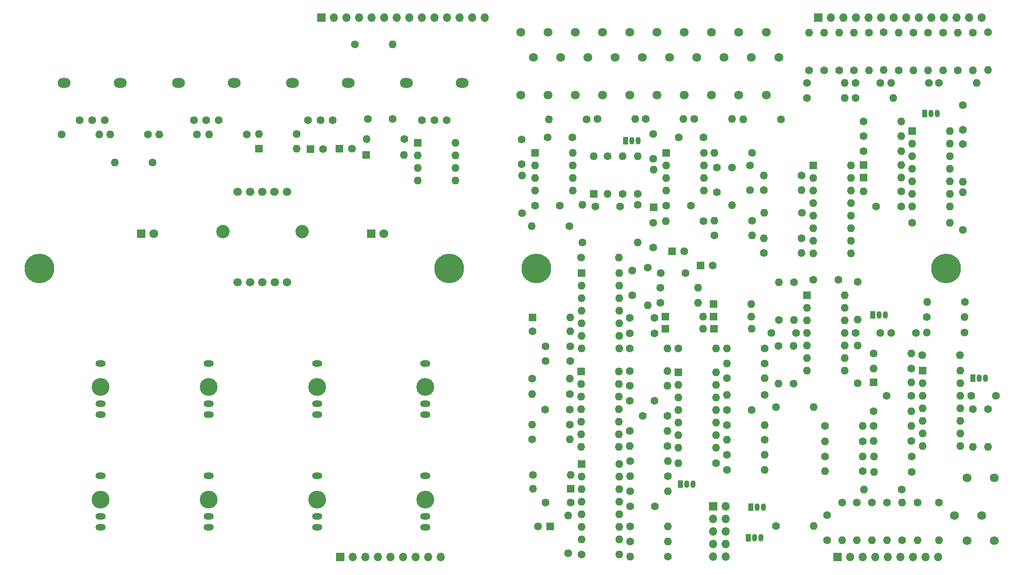
<source format=gbr>
%TF.GenerationSoftware,KiCad,Pcbnew,(5.1.7-0-10_14)*%
%TF.CreationDate,2021-05-07T08:23:42-04:00*%
%TF.ProjectId,Oscillator,4f736369-6c6c-4617-946f-722e6b696361,rev?*%
%TF.SameCoordinates,Original*%
%TF.FileFunction,Soldermask,Bot*%
%TF.FilePolarity,Negative*%
%FSLAX46Y46*%
G04 Gerber Fmt 4.6, Leading zero omitted, Abs format (unit mm)*
G04 Created by KiCad (PCBNEW (5.1.7-0-10_14)) date 2021-05-07 08:23:42*
%MOMM*%
%LPD*%
G01*
G04 APERTURE LIST*
%ADD10O,2.600000X2.000000*%
%ADD11C,1.600000*%
%ADD12C,3.600000*%
%ADD13O,2.100000X1.300000*%
%ADD14C,2.700000*%
%ADD15C,1.700000*%
%ADD16C,6.000000*%
%ADD17O,1.700000X1.700000*%
%ADD18R,1.700000X1.700000*%
%ADD19O,1.600000X1.600000*%
%ADD20R,1.600000X1.600000*%
%ADD21C,1.800000*%
%ADD22R,1.050000X1.500000*%
%ADD23O,1.050000X1.500000*%
%ADD24R,1.800000X1.800000*%
G04 APERTURE END LIST*
D10*
%TO.C,RV204*%
X157650000Y-45500000D03*
X146350000Y-45500000D03*
D11*
X154500000Y-53000000D03*
X152000000Y-53000000D03*
X149500000Y-53000000D03*
%TD*%
D10*
%TO.C,RV203*%
X134600000Y-45500000D03*
X123300000Y-45500000D03*
D11*
X131450000Y-53000000D03*
X128950000Y-53000000D03*
X126450000Y-53000000D03*
%TD*%
D10*
%TO.C,RV202*%
X111550000Y-45500000D03*
X100250000Y-45500000D03*
D11*
X108400000Y-53000000D03*
X105900000Y-53000000D03*
X103400000Y-53000000D03*
%TD*%
D10*
%TO.C,RV201*%
X88500000Y-45500000D03*
X77200000Y-45500000D03*
D11*
X85350000Y-53000000D03*
X82850000Y-53000000D03*
X80350000Y-53000000D03*
%TD*%
D12*
%TO.C,J210*%
X150200000Y-129725000D03*
D13*
X150200000Y-124925000D03*
X150200000Y-133125000D03*
X150200000Y-135325000D03*
%TD*%
D12*
%TO.C,J209*%
X128300000Y-129725000D03*
D13*
X128300000Y-124925000D03*
X128300000Y-133125000D03*
X128300000Y-135325000D03*
%TD*%
D12*
%TO.C,J208*%
X106400000Y-129725000D03*
D13*
X106400000Y-124925000D03*
X106400000Y-133125000D03*
X106400000Y-135325000D03*
%TD*%
D12*
%TO.C,J206*%
X84500000Y-129725000D03*
D13*
X84500000Y-124925000D03*
X84500000Y-133125000D03*
X84500000Y-135325000D03*
%TD*%
D12*
%TO.C,J205*%
X150200000Y-106975000D03*
D13*
X150200000Y-102175000D03*
X150200000Y-110375000D03*
X150200000Y-112575000D03*
%TD*%
D12*
%TO.C,J203*%
X128300000Y-106975000D03*
D13*
X128300000Y-102175000D03*
X128300000Y-110375000D03*
X128300000Y-112575000D03*
%TD*%
D12*
%TO.C,J202*%
X106400000Y-106975000D03*
D13*
X106400000Y-102175000D03*
X106400000Y-110375000D03*
X106400000Y-112575000D03*
%TD*%
D12*
%TO.C,J201*%
X84500000Y-106975000D03*
D13*
X84500000Y-102175000D03*
X84500000Y-110375000D03*
X84500000Y-112575000D03*
%TD*%
D14*
%TO.C,SW201*%
X125250000Y-75550000D03*
X109250000Y-75550000D03*
D15*
X122250000Y-67500000D03*
X119650000Y-67500000D03*
X117250000Y-67500000D03*
X114750000Y-67500000D03*
X112250000Y-67500000D03*
X122250000Y-85800000D03*
X119750000Y-85800000D03*
X117250000Y-85800000D03*
X114750000Y-85800000D03*
X112250000Y-85800000D03*
%TD*%
D16*
%TO.C,REF\u002A\u002A*%
X72150000Y-83000000D03*
%TD*%
%TO.C,REF\u002A\u002A*%
X154950000Y-83000000D03*
%TD*%
%TO.C,REF\u002A\u002A*%
X255400000Y-83000000D03*
%TD*%
%TO.C,REF\u002A\u002A*%
X172600000Y-83000000D03*
%TD*%
D17*
%TO.C,J303*%
X210890000Y-141210000D03*
X208350000Y-141210000D03*
X210890000Y-138670000D03*
X208350000Y-138670000D03*
X210890000Y-136130000D03*
X208350000Y-136130000D03*
X210890000Y-133590000D03*
X208350000Y-133590000D03*
X210890000Y-131050000D03*
D18*
X208350000Y-131050000D03*
%TD*%
D17*
%TO.C,J302*%
X253770000Y-141350000D03*
X251230000Y-141350000D03*
X248690000Y-141350000D03*
X246150000Y-141350000D03*
X243610000Y-141350000D03*
X241070000Y-141350000D03*
X238530000Y-141350000D03*
X235990000Y-141350000D03*
D18*
X233450000Y-141350000D03*
%TD*%
D17*
%TO.C,J301*%
X262620000Y-32300000D03*
X260080000Y-32300000D03*
X257540000Y-32300000D03*
X255000000Y-32300000D03*
X252460000Y-32300000D03*
X249920000Y-32300000D03*
X247380000Y-32300000D03*
X244840000Y-32300000D03*
X242300000Y-32300000D03*
X239760000Y-32300000D03*
X237220000Y-32300000D03*
X234680000Y-32300000D03*
X232140000Y-32300000D03*
D18*
X229600000Y-32300000D03*
%TD*%
D17*
%TO.C,J207*%
X153295000Y-141350000D03*
X150755000Y-141350000D03*
X148215000Y-141350000D03*
X145675000Y-141350000D03*
X143135000Y-141350000D03*
X140595000Y-141350000D03*
X138055000Y-141350000D03*
X135515000Y-141350000D03*
D18*
X132975000Y-141350000D03*
%TD*%
D17*
%TO.C,J204*%
X162215000Y-32300000D03*
X159675000Y-32300000D03*
X157135000Y-32300000D03*
X154595000Y-32300000D03*
X152055000Y-32300000D03*
X149515000Y-32300000D03*
X146975000Y-32300000D03*
X144435000Y-32300000D03*
X141895000Y-32300000D03*
X139355000Y-32300000D03*
X136815000Y-32300000D03*
X134275000Y-32300000D03*
X131735000Y-32300000D03*
D18*
X129195000Y-32300000D03*
%TD*%
D19*
%TO.C,U703*%
X206420000Y-59600000D03*
X198800000Y-67220000D03*
X206420000Y-62140000D03*
X198800000Y-64680000D03*
X206420000Y-64680000D03*
X198800000Y-62140000D03*
X206420000Y-67220000D03*
D20*
X198800000Y-59600000D03*
%TD*%
D19*
%TO.C,U701*%
X179920000Y-59600000D03*
X172300000Y-67220000D03*
X179920000Y-62140000D03*
X172300000Y-64680000D03*
X179920000Y-64680000D03*
X172300000Y-62140000D03*
X179920000Y-67220000D03*
D20*
X172300000Y-59600000D03*
%TD*%
D19*
%TO.C,U605*%
X208920000Y-104000000D03*
X201300000Y-119240000D03*
X208920000Y-106540000D03*
X201300000Y-116700000D03*
X208920000Y-109080000D03*
X201300000Y-114160000D03*
X208920000Y-111620000D03*
X201300000Y-111620000D03*
X208920000Y-114160000D03*
X201300000Y-109080000D03*
X208920000Y-116700000D03*
X201300000Y-106540000D03*
X208920000Y-119240000D03*
D20*
X201300000Y-104000000D03*
%TD*%
D19*
%TO.C,U604*%
X256120000Y-55250000D03*
X248500000Y-70490000D03*
X256120000Y-57790000D03*
X248500000Y-67950000D03*
X256120000Y-60330000D03*
X248500000Y-65410000D03*
X256120000Y-62870000D03*
X248500000Y-62870000D03*
X256120000Y-65410000D03*
X248500000Y-60330000D03*
X256120000Y-67950000D03*
X248500000Y-57790000D03*
X256120000Y-70490000D03*
D20*
X248500000Y-55250000D03*
%TD*%
D19*
%TO.C,U603*%
X189370000Y-122500000D03*
X181750000Y-137740000D03*
X189370000Y-125040000D03*
X181750000Y-135200000D03*
X189370000Y-127580000D03*
X181750000Y-132660000D03*
X189370000Y-130120000D03*
X181750000Y-130120000D03*
X189370000Y-132660000D03*
X181750000Y-127580000D03*
X189370000Y-135200000D03*
X181750000Y-125040000D03*
X189370000Y-137740000D03*
D20*
X181750000Y-122500000D03*
%TD*%
D19*
%TO.C,U602*%
X258250000Y-103660000D03*
X250630000Y-118900000D03*
X258250000Y-106200000D03*
X250630000Y-116360000D03*
X258250000Y-108740000D03*
X250630000Y-113820000D03*
X258250000Y-111280000D03*
X250630000Y-111280000D03*
X258250000Y-113820000D03*
X250630000Y-108740000D03*
X258250000Y-116360000D03*
X250630000Y-106200000D03*
X258250000Y-118900000D03*
D20*
X250630000Y-103660000D03*
%TD*%
D19*
%TO.C,U601*%
X234920000Y-88400000D03*
X227300000Y-103640000D03*
X234920000Y-90940000D03*
X227300000Y-101100000D03*
X234920000Y-93480000D03*
X227300000Y-98560000D03*
X234920000Y-96020000D03*
X227300000Y-96020000D03*
X234920000Y-98560000D03*
X227300000Y-93480000D03*
X234920000Y-101100000D03*
X227300000Y-90940000D03*
X234920000Y-103640000D03*
D20*
X227300000Y-88400000D03*
%TD*%
D19*
%TO.C,U503*%
X189300000Y-103780000D03*
X181680000Y-119020000D03*
X189300000Y-106320000D03*
X181680000Y-116480000D03*
X189300000Y-108860000D03*
X181680000Y-113940000D03*
X189300000Y-111400000D03*
X181680000Y-111400000D03*
X189300000Y-113940000D03*
X181680000Y-108860000D03*
X189300000Y-116480000D03*
X181680000Y-106320000D03*
X189300000Y-119020000D03*
D20*
X181680000Y-103780000D03*
%TD*%
D19*
%TO.C,U502*%
X236140000Y-62150000D03*
X228520000Y-79930000D03*
X236140000Y-64690000D03*
X228520000Y-77390000D03*
X236140000Y-67230000D03*
X228520000Y-74850000D03*
X236140000Y-69770000D03*
X228520000Y-72310000D03*
X236140000Y-72310000D03*
X228520000Y-69770000D03*
X236140000Y-74850000D03*
X228520000Y-67230000D03*
X236140000Y-77390000D03*
X228520000Y-64690000D03*
X236140000Y-79930000D03*
D20*
X228520000Y-62150000D03*
%TD*%
D19*
%TO.C,U501*%
X189320000Y-83900000D03*
X181700000Y-99140000D03*
X189320000Y-86440000D03*
X181700000Y-96600000D03*
X189320000Y-88980000D03*
X181700000Y-94060000D03*
X189320000Y-91520000D03*
X181700000Y-91520000D03*
X189320000Y-94060000D03*
X181700000Y-88980000D03*
X189320000Y-96600000D03*
X181700000Y-86440000D03*
X189320000Y-99140000D03*
D20*
X181700000Y-83900000D03*
%TD*%
D19*
%TO.C,U201*%
X156250000Y-57575000D03*
X148630000Y-65195000D03*
X156250000Y-60115000D03*
X148630000Y-62655000D03*
X156250000Y-62655000D03*
X148630000Y-60115000D03*
X156250000Y-65195000D03*
D20*
X148630000Y-57575000D03*
%TD*%
D21*
%TO.C,RV702*%
X175000000Y-35200000D03*
X177540000Y-40280000D03*
X175000000Y-47900000D03*
%TD*%
%TO.C,RV701*%
X169500000Y-35200000D03*
X172040000Y-40280000D03*
X169500000Y-47900000D03*
%TD*%
%TO.C,RV602*%
X213500000Y-35200000D03*
X216040000Y-40280000D03*
X213500000Y-47900000D03*
%TD*%
%TO.C,RV601*%
X219100000Y-35200000D03*
X221640000Y-40280000D03*
X219100000Y-47900000D03*
%TD*%
%TO.C,RV506*%
X197000000Y-35200000D03*
X199540000Y-40280000D03*
X197000000Y-47900000D03*
%TD*%
%TO.C,RV505*%
X191500000Y-35200000D03*
X194040000Y-40280000D03*
X191500000Y-47900000D03*
%TD*%
%TO.C,RV504*%
X208000000Y-35200000D03*
X210540000Y-40280000D03*
X208000000Y-47900000D03*
%TD*%
%TO.C,RV503*%
X186000000Y-35200000D03*
X188540000Y-40280000D03*
X186000000Y-47900000D03*
%TD*%
%TO.C,RV502*%
X202500000Y-35200000D03*
X205040000Y-40280000D03*
X202500000Y-47900000D03*
%TD*%
%TO.C,RV501*%
X180500000Y-35200000D03*
X183040000Y-40280000D03*
X180500000Y-47900000D03*
%TD*%
%TO.C,RV402*%
X259600000Y-138050000D03*
X257060000Y-132970000D03*
X259600000Y-125350000D03*
%TD*%
%TO.C,RV401*%
X265100000Y-138050000D03*
X262560000Y-132970000D03*
X265100000Y-125350000D03*
%TD*%
D19*
%TO.C,R719*%
X212100000Y-70220000D03*
D11*
X212100000Y-62600000D03*
%TD*%
D19*
%TO.C,R718*%
X208600000Y-73300000D03*
D11*
X216220000Y-73300000D03*
%TD*%
D19*
%TO.C,R717*%
X208600000Y-59600000D03*
D11*
X216220000Y-59600000D03*
%TD*%
D19*
%TO.C,R716*%
X198780000Y-73400000D03*
D11*
X206400000Y-73400000D03*
%TD*%
D19*
%TO.C,R715*%
X242800000Y-42900000D03*
D11*
X242800000Y-35280000D03*
%TD*%
D19*
%TO.C,R714*%
X216200000Y-76300000D03*
D11*
X208580000Y-76300000D03*
%TD*%
D19*
%TO.C,R713*%
X193100000Y-77720000D03*
D11*
X193100000Y-70100000D03*
%TD*%
D19*
%TO.C,R712*%
X193100000Y-60280000D03*
D11*
X193100000Y-67900000D03*
%TD*%
D19*
%TO.C,R711*%
X181900000Y-70130000D03*
D11*
X181900000Y-77750000D03*
%TD*%
D19*
%TO.C,R710*%
X190000000Y-60280000D03*
D11*
X190000000Y-67900000D03*
%TD*%
D19*
%TO.C,R709*%
X187000000Y-67900000D03*
D11*
X187000000Y-60280000D03*
%TD*%
D19*
%TO.C,R708*%
X169700000Y-64180000D03*
D11*
X169700000Y-71800000D03*
%TD*%
D19*
%TO.C,R707*%
X171680000Y-74400000D03*
D11*
X179300000Y-74400000D03*
%TD*%
D19*
%TO.C,R706*%
X234900000Y-45500000D03*
D11*
X227280000Y-45500000D03*
%TD*%
D19*
%TO.C,R705*%
X236800000Y-35300000D03*
D11*
X236800000Y-42920000D03*
%TD*%
D19*
%TO.C,R704*%
X233800000Y-35300000D03*
D11*
X233800000Y-42920000D03*
%TD*%
D19*
%TO.C,R703*%
X230750000Y-35300000D03*
D11*
X230750000Y-42920000D03*
%TD*%
D19*
%TO.C,R702*%
X227750000Y-35300000D03*
D11*
X227750000Y-42920000D03*
%TD*%
D19*
%TO.C,R701*%
X239800000Y-42920000D03*
D11*
X239800000Y-35300000D03*
%TD*%
D19*
%TO.C,R644*%
X258750000Y-65450000D03*
D11*
X258750000Y-57830000D03*
%TD*%
D19*
%TO.C,R643*%
X238680000Y-67450000D03*
D11*
X246300000Y-67450000D03*
%TD*%
D19*
%TO.C,R642*%
X256170000Y-73750000D03*
D11*
X248550000Y-73750000D03*
%TD*%
D19*
%TO.C,R641*%
X259150000Y-92850000D03*
D11*
X251530000Y-92850000D03*
%TD*%
D19*
%TO.C,R640*%
X199100000Y-115850000D03*
D11*
X191480000Y-115850000D03*
%TD*%
D19*
%TO.C,R639*%
X191500000Y-118900000D03*
D11*
X199120000Y-118900000D03*
%TD*%
D19*
%TO.C,R638*%
X240780000Y-103200000D03*
D11*
X248400000Y-103200000D03*
%TD*%
D19*
%TO.C,R637*%
X246300000Y-56250000D03*
D11*
X238680000Y-56250000D03*
%TD*%
D19*
%TO.C,R636*%
X246300000Y-59300000D03*
D11*
X238680000Y-59300000D03*
%TD*%
D19*
%TO.C,R635*%
X258750000Y-67600000D03*
D11*
X258750000Y-75220000D03*
%TD*%
D19*
%TO.C,R634*%
X240780000Y-117900000D03*
D11*
X248400000Y-117900000D03*
%TD*%
D19*
%TO.C,R633*%
X191530000Y-141250000D03*
D11*
X199150000Y-141250000D03*
%TD*%
D19*
%TO.C,R632*%
X263900000Y-119020000D03*
D11*
X263900000Y-111400000D03*
%TD*%
D19*
%TO.C,R631*%
X260850000Y-119050000D03*
D11*
X260850000Y-111430000D03*
%TD*%
D19*
%TO.C,R630*%
X199150000Y-138200000D03*
D11*
X191530000Y-138200000D03*
%TD*%
D19*
%TO.C,R629*%
X179500000Y-124750000D03*
D11*
X171880000Y-124750000D03*
%TD*%
D19*
%TO.C,R628*%
X199150000Y-135150000D03*
D11*
X191530000Y-135150000D03*
%TD*%
D19*
%TO.C,R627*%
X191530000Y-125000000D03*
D11*
X199150000Y-125000000D03*
%TD*%
D19*
%TO.C,R626*%
X246300000Y-53250000D03*
D11*
X238680000Y-53250000D03*
%TD*%
D19*
%TO.C,R625*%
X237500000Y-98550000D03*
D11*
X237500000Y-106170000D03*
%TD*%
D19*
%TO.C,R624*%
X214380000Y-52850000D03*
D11*
X222000000Y-52850000D03*
%TD*%
D19*
%TO.C,R623*%
X189350000Y-140800000D03*
D11*
X181730000Y-140800000D03*
%TD*%
D19*
%TO.C,R622*%
X199150000Y-121950000D03*
D11*
X191530000Y-121950000D03*
%TD*%
D19*
%TO.C,R621*%
X199150000Y-128050000D03*
D11*
X191530000Y-128050000D03*
%TD*%
D19*
%TO.C,R620*%
X179000000Y-132950000D03*
D11*
X179000000Y-140570000D03*
%TD*%
D19*
%TO.C,R619*%
X263850000Y-42900000D03*
D11*
X263850000Y-35280000D03*
%TD*%
D19*
%TO.C,R618*%
X248400000Y-111850000D03*
D11*
X240780000Y-111850000D03*
%TD*%
D19*
%TO.C,R617*%
X248400000Y-114850000D03*
D11*
X240780000Y-114850000D03*
%TD*%
D19*
%TO.C,R616*%
X224650000Y-93420000D03*
D11*
X224650000Y-85800000D03*
%TD*%
D19*
%TO.C,R615*%
X224600000Y-98680000D03*
D11*
X224600000Y-106300000D03*
%TD*%
D19*
%TO.C,R614*%
X171780000Y-114550000D03*
D11*
X179400000Y-114550000D03*
%TD*%
D19*
%TO.C,R613*%
X244750000Y-48550000D03*
D11*
X237130000Y-48550000D03*
%TD*%
D19*
%TO.C,R612*%
X234920000Y-48550000D03*
D11*
X227300000Y-48550000D03*
%TD*%
D19*
%TO.C,R611*%
X251550000Y-89800000D03*
D11*
X259170000Y-89800000D03*
%TD*%
D19*
%TO.C,R610*%
X221600000Y-85800000D03*
D11*
X221600000Y-93420000D03*
%TD*%
D19*
%TO.C,R609*%
X221550000Y-106270000D03*
D11*
X221550000Y-98650000D03*
%TD*%
D19*
%TO.C,R608*%
X251530000Y-95950000D03*
D11*
X259150000Y-95950000D03*
%TD*%
D19*
%TO.C,R607*%
X230930000Y-117950000D03*
D11*
X238550000Y-117950000D03*
%TD*%
D19*
%TO.C,R606*%
X179400000Y-117550000D03*
D11*
X171780000Y-117550000D03*
%TD*%
D19*
%TO.C,R605*%
X237550000Y-93350000D03*
D11*
X237550000Y-85730000D03*
%TD*%
D19*
%TO.C,R604*%
X258200000Y-100550000D03*
D11*
X250580000Y-100550000D03*
%TD*%
D19*
%TO.C,R603*%
X248370000Y-100150000D03*
D11*
X240750000Y-100150000D03*
%TD*%
D19*
%TO.C,R602*%
X238570000Y-114850000D03*
D11*
X230950000Y-114850000D03*
%TD*%
D19*
%TO.C,R601*%
X238800000Y-127700000D03*
D11*
X246420000Y-127700000D03*
%TD*%
D19*
%TO.C,R527*%
X261620000Y-45500000D03*
D11*
X254000000Y-45500000D03*
%TD*%
D19*
%TO.C,R526*%
X257800000Y-35300000D03*
D11*
X257800000Y-42920000D03*
%TD*%
D19*
%TO.C,R525*%
X195100000Y-90450000D03*
D11*
X195100000Y-82830000D03*
%TD*%
D19*
%TO.C,R524*%
X205300000Y-89900000D03*
D11*
X197680000Y-89900000D03*
%TD*%
D19*
%TO.C,R523*%
X244280000Y-45500000D03*
D11*
X251900000Y-45500000D03*
%TD*%
D19*
%TO.C,R522*%
X245800000Y-35300000D03*
D11*
X245800000Y-42920000D03*
%TD*%
D19*
%TO.C,R521*%
X205300000Y-86900000D03*
D11*
X197680000Y-86900000D03*
%TD*%
D19*
%TO.C,R520*%
X248800000Y-42920000D03*
D11*
X248800000Y-35300000D03*
%TD*%
D19*
%TO.C,R519*%
X226170000Y-79900000D03*
D11*
X218550000Y-79900000D03*
%TD*%
D19*
%TO.C,R518*%
X251800000Y-42920000D03*
D11*
X251800000Y-35300000D03*
%TD*%
D19*
%TO.C,R517*%
X218530000Y-76900000D03*
D11*
X226150000Y-76900000D03*
%TD*%
D19*
%TO.C,R516*%
X218650000Y-71700000D03*
D11*
X226270000Y-71700000D03*
%TD*%
D19*
%TO.C,R515*%
X192570000Y-52800000D03*
D11*
X184950000Y-52800000D03*
%TD*%
D19*
%TO.C,R514*%
X254800000Y-42920000D03*
D11*
X254800000Y-35300000D03*
%TD*%
D19*
%TO.C,R513*%
X218530000Y-64200000D03*
D11*
X226150000Y-64200000D03*
%TD*%
D19*
%TO.C,R512*%
X212170000Y-52800000D03*
D11*
X204550000Y-52800000D03*
%TD*%
D19*
%TO.C,R511*%
X199100000Y-99200000D03*
D11*
X191480000Y-99200000D03*
%TD*%
D19*
%TO.C,R510*%
X211080000Y-99200000D03*
D11*
X218700000Y-99200000D03*
%TD*%
D19*
%TO.C,R509*%
X208920000Y-99200000D03*
D11*
X201300000Y-99200000D03*
%TD*%
D19*
%TO.C,R508*%
X226170000Y-67200000D03*
D11*
X218550000Y-67200000D03*
%TD*%
D19*
%TO.C,R507*%
X260800000Y-42920000D03*
D11*
X260800000Y-35300000D03*
%TD*%
D19*
%TO.C,R506*%
X202350000Y-52800000D03*
D11*
X194730000Y-52800000D03*
%TD*%
D19*
%TO.C,R505*%
X171775000Y-108400000D03*
D11*
X179395000Y-108400000D03*
%TD*%
D19*
%TO.C,R504*%
X179375000Y-105300000D03*
D11*
X171755000Y-105300000D03*
%TD*%
D19*
%TO.C,R503*%
X179475000Y-95700000D03*
D11*
X171855000Y-95700000D03*
%TD*%
D19*
%TO.C,R502*%
X189300000Y-80800000D03*
D11*
X181680000Y-80800000D03*
%TD*%
D19*
%TO.C,R501*%
X175130000Y-52820000D03*
D11*
X182750000Y-52820000D03*
%TD*%
D19*
%TO.C,R420*%
X201330000Y-122350000D03*
D11*
X208950000Y-122350000D03*
%TD*%
D19*
%TO.C,R419*%
X246550000Y-130300000D03*
D11*
X246550000Y-137920000D03*
%TD*%
D19*
%TO.C,R418*%
X249600000Y-137900000D03*
D11*
X249600000Y-130280000D03*
%TD*%
D19*
%TO.C,R417*%
X218770000Y-123750000D03*
D11*
X211150000Y-123750000D03*
%TD*%
D19*
%TO.C,R416*%
X211100000Y-117650000D03*
D11*
X218720000Y-117650000D03*
%TD*%
D19*
%TO.C,R415*%
X230930000Y-124000000D03*
D11*
X238550000Y-124000000D03*
%TD*%
D19*
%TO.C,R414*%
X218720000Y-120700000D03*
D11*
X211100000Y-120700000D03*
%TD*%
D19*
%TO.C,R413*%
X218720000Y-114650000D03*
D11*
X211100000Y-114650000D03*
%TD*%
D19*
%TO.C,R412*%
X228670000Y-111050000D03*
D11*
X221050000Y-111050000D03*
%TD*%
D19*
%TO.C,R411*%
X254000000Y-137950000D03*
D11*
X254000000Y-130330000D03*
%TD*%
D19*
%TO.C,R410*%
X238550000Y-121000000D03*
D11*
X230930000Y-121000000D03*
%TD*%
D19*
%TO.C,R409*%
X228670000Y-135050000D03*
D11*
X221050000Y-135050000D03*
%TD*%
D19*
%TO.C,R408*%
X240830000Y-124100000D03*
D11*
X248450000Y-124100000D03*
%TD*%
D19*
%TO.C,R407*%
X211100000Y-108550000D03*
D11*
X218720000Y-108550000D03*
%TD*%
D19*
%TO.C,R406*%
X211100000Y-102200000D03*
D11*
X218720000Y-102200000D03*
%TD*%
D19*
%TO.C,R405*%
X240830000Y-121000000D03*
D11*
X248450000Y-121000000D03*
%TD*%
D19*
%TO.C,R404*%
X218720000Y-105200000D03*
D11*
X211100000Y-105200000D03*
%TD*%
D19*
%TO.C,R403*%
X237400000Y-137900000D03*
D11*
X237400000Y-130280000D03*
%TD*%
D19*
%TO.C,R402*%
X243500000Y-137920000D03*
D11*
X243500000Y-130300000D03*
%TD*%
D19*
%TO.C,R401*%
X240450000Y-137900000D03*
D11*
X240450000Y-130280000D03*
%TD*%
D19*
%TO.C,R303*%
X199120000Y-103700000D03*
D11*
X191500000Y-103700000D03*
%TD*%
D19*
%TO.C,R302*%
X234400000Y-137900000D03*
D11*
X234400000Y-130280000D03*
%TD*%
D19*
%TO.C,R301*%
X199100000Y-106700000D03*
D11*
X191480000Y-106700000D03*
%TD*%
D19*
%TO.C,R208*%
X143595000Y-37675000D03*
D11*
X135975000Y-37675000D03*
%TD*%
D19*
%TO.C,R207*%
X116555000Y-55850000D03*
D11*
X124175000Y-55850000D03*
%TD*%
D19*
%TO.C,R206*%
X138330000Y-56825000D03*
D11*
X145950000Y-56825000D03*
%TD*%
D19*
%TO.C,R205*%
X87425000Y-61600000D03*
D11*
X95045000Y-61600000D03*
%TD*%
D19*
%TO.C,R204*%
X96425000Y-55925000D03*
D11*
X104045000Y-55925000D03*
%TD*%
D19*
%TO.C,R203*%
X106480000Y-55900000D03*
D11*
X114100000Y-55900000D03*
%TD*%
D19*
%TO.C,R202*%
X84275000Y-55875000D03*
D11*
X76655000Y-55875000D03*
%TD*%
D19*
%TO.C,R201*%
X86525000Y-55900000D03*
D11*
X94145000Y-55900000D03*
%TD*%
D22*
%TO.C,Q701*%
X190660000Y-57200000D03*
D23*
X193200000Y-57200000D03*
X191930000Y-57200000D03*
%TD*%
D22*
%TO.C,Q603*%
X251100000Y-51650000D03*
D23*
X253640000Y-51650000D03*
X252370000Y-51650000D03*
%TD*%
D22*
%TO.C,Q602*%
X260860000Y-105200000D03*
D23*
X263400000Y-105200000D03*
X262130000Y-105200000D03*
%TD*%
D22*
%TO.C,Q601*%
X240610000Y-92400000D03*
D23*
X243150000Y-92400000D03*
X241880000Y-92400000D03*
%TD*%
D22*
%TO.C,Q403*%
X201760000Y-126600000D03*
D23*
X204300000Y-126600000D03*
X203030000Y-126600000D03*
%TD*%
D22*
%TO.C,Q402*%
X215410000Y-137450000D03*
D23*
X217950000Y-137450000D03*
X216680000Y-137450000D03*
%TD*%
D22*
%TO.C,Q401*%
X215910000Y-131250000D03*
D23*
X218450000Y-131250000D03*
X217180000Y-131250000D03*
%TD*%
D19*
%TO.C,D702*%
X196300000Y-62980000D03*
D20*
X196300000Y-70600000D03*
%TD*%
D19*
%TO.C,D701*%
X184200000Y-60300000D03*
D20*
X184200000Y-67920000D03*
%TD*%
D19*
%TO.C,D604*%
X246300000Y-62100000D03*
D20*
X238680000Y-62100000D03*
%TD*%
D19*
%TO.C,D603*%
X246300000Y-64650000D03*
D20*
X238680000Y-64650000D03*
%TD*%
D19*
%TO.C,D602*%
X171880000Y-127550000D03*
D20*
X179500000Y-127550000D03*
%TD*%
D19*
%TO.C,D601*%
X248400000Y-106000000D03*
D20*
X240780000Y-106000000D03*
%TD*%
D19*
%TO.C,D506*%
X216000000Y-90150000D03*
D20*
X208380000Y-90150000D03*
%TD*%
D19*
%TO.C,D505*%
X216020000Y-92700000D03*
D20*
X208400000Y-92700000D03*
%TD*%
D19*
%TO.C,D504*%
X216100000Y-95200000D03*
D20*
X208480000Y-95200000D03*
%TD*%
D19*
%TO.C,D503*%
X206300000Y-95200000D03*
D20*
X198680000Y-95200000D03*
%TD*%
D19*
%TO.C,D502*%
X206300000Y-92700000D03*
D20*
X198680000Y-92700000D03*
%TD*%
D19*
%TO.C,D501*%
X179475000Y-92900000D03*
D20*
X171855000Y-92900000D03*
%TD*%
D19*
%TO.C,D204*%
X145825000Y-60075000D03*
D20*
X138205000Y-60075000D03*
%TD*%
D19*
%TO.C,D203*%
X124200000Y-58775000D03*
D20*
X116580000Y-58775000D03*
%TD*%
D21*
%TO.C,D202*%
X141770000Y-76000000D03*
D24*
X139230000Y-76000000D03*
%TD*%
D21*
%TO.C,D201*%
X95270000Y-76000000D03*
D24*
X92730000Y-76000000D03*
%TD*%
D11*
%TO.C,C711*%
X172300000Y-70300000D03*
X177300000Y-70300000D03*
%TD*%
%TO.C,C710*%
X174900000Y-56500000D03*
X179900000Y-56500000D03*
%TD*%
%TO.C,C709*%
X198800000Y-70300000D03*
X203800000Y-70300000D03*
%TD*%
%TO.C,C708*%
X201400000Y-56500000D03*
X206400000Y-56500000D03*
%TD*%
%TO.C,C707*%
X209100000Y-67600000D03*
X209100000Y-62600000D03*
%TD*%
%TO.C,C706*%
X215800000Y-67200000D03*
X215800000Y-62200000D03*
%TD*%
%TO.C,C705*%
X196200000Y-78800000D03*
X196200000Y-73800000D03*
%TD*%
%TO.C,C704*%
X242100000Y-45500000D03*
X237100000Y-45500000D03*
%TD*%
%TO.C,C703*%
X184500000Y-70500000D03*
X189500000Y-70500000D03*
%TD*%
%TO.C,C702*%
X196200000Y-60800000D03*
X196200000Y-55800000D03*
%TD*%
%TO.C,C701*%
X169650000Y-61950000D03*
X169650000Y-56950000D03*
%TD*%
%TO.C,C614*%
X246300000Y-70500000D03*
X241300000Y-70500000D03*
%TD*%
%TO.C,C613*%
X258750000Y-50000000D03*
X258750000Y-55000000D03*
%TD*%
%TO.C,C612*%
X260450000Y-108750000D03*
X265450000Y-108750000D03*
%TD*%
%TO.C,C611*%
X243400000Y-108750000D03*
X248400000Y-108750000D03*
%TD*%
%TO.C,C610*%
X211100000Y-111600000D03*
X216100000Y-111600000D03*
%TD*%
%TO.C,C609*%
X194100000Y-112800000D03*
X199100000Y-112800000D03*
%TD*%
%TO.C,C608*%
X191550000Y-131100000D03*
X196550000Y-131100000D03*
%TD*%
%TO.C,C607*%
X174500000Y-130350000D03*
X179500000Y-130350000D03*
%TD*%
%TO.C,C606*%
X237100000Y-96000000D03*
X242100000Y-96000000D03*
%TD*%
%TO.C,C605*%
X220100000Y-96050000D03*
X225100000Y-96050000D03*
%TD*%
%TO.C,C604*%
X172900000Y-135150000D03*
D20*
X175400000Y-135150000D03*
%TD*%
D11*
%TO.C,C603*%
X233600000Y-85300000D03*
X228600000Y-85300000D03*
%TD*%
%TO.C,C602*%
X249300000Y-96000000D03*
X244300000Y-96000000D03*
%TD*%
%TO.C,C601*%
X231350000Y-137900000D03*
X231350000Y-132900000D03*
%TD*%
%TO.C,C510*%
X191450000Y-109750000D03*
X196450000Y-109750000D03*
%TD*%
%TO.C,C509*%
X174400000Y-111500000D03*
X179400000Y-111500000D03*
%TD*%
%TO.C,C508*%
X191500000Y-93000000D03*
X196500000Y-93000000D03*
%TD*%
%TO.C,C507*%
X174475000Y-101700000D03*
X179475000Y-101700000D03*
%TD*%
%TO.C,C506*%
X192000000Y-88400000D03*
X192000000Y-83400000D03*
%TD*%
%TO.C,C505*%
X208250000Y-82400000D03*
D20*
X205750000Y-82400000D03*
%TD*%
D11*
%TO.C,C504*%
X202500000Y-79500000D03*
D20*
X200000000Y-79500000D03*
%TD*%
D11*
%TO.C,C503*%
X197700000Y-83900000D03*
X202700000Y-83900000D03*
%TD*%
%TO.C,C502*%
X196500000Y-96100000D03*
X191500000Y-96100000D03*
%TD*%
%TO.C,C501*%
X174475000Y-98700000D03*
X179475000Y-98700000D03*
%TD*%
%TO.C,C203*%
X135325000Y-58775000D03*
D20*
X132825000Y-58775000D03*
%TD*%
D11*
%TO.C,C202*%
X129500000Y-58825000D03*
D20*
X127000000Y-58825000D03*
%TD*%
D11*
%TO.C,C201*%
X143550000Y-52750000D03*
X138550000Y-52750000D03*
%TD*%
M02*

</source>
